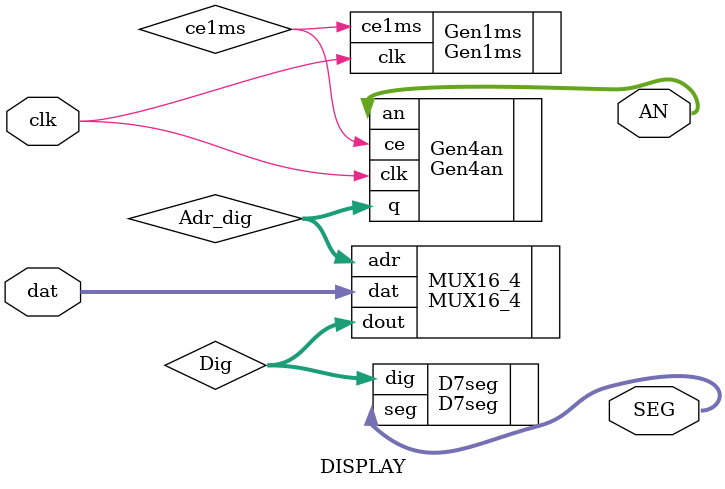
<source format=v>
module DISPLAY(
	input clk,
	output wire [3:0]AN,
	input [15:0]dat,
	output wire [6:0]SEG
);

wire [3:0]Dig;
wire [1:0]Adr_dig;

Gen4an Gen4an (
	.clk(clk),
	.q(Adr_dig),
	.ce(ce1ms),
	.an(AN)
);

MUX16_4 MUX16_4 (
	.dat(dat),
	.dout(Dig),
	.adr(Adr_dig)
);

D7seg D7seg (
	.dig(Dig),
	.seg(SEG)
);

Gen1ms Gen1ms (
	.clk(clk),
	.ce1ms(ce1ms)
);

endmodule

</source>
